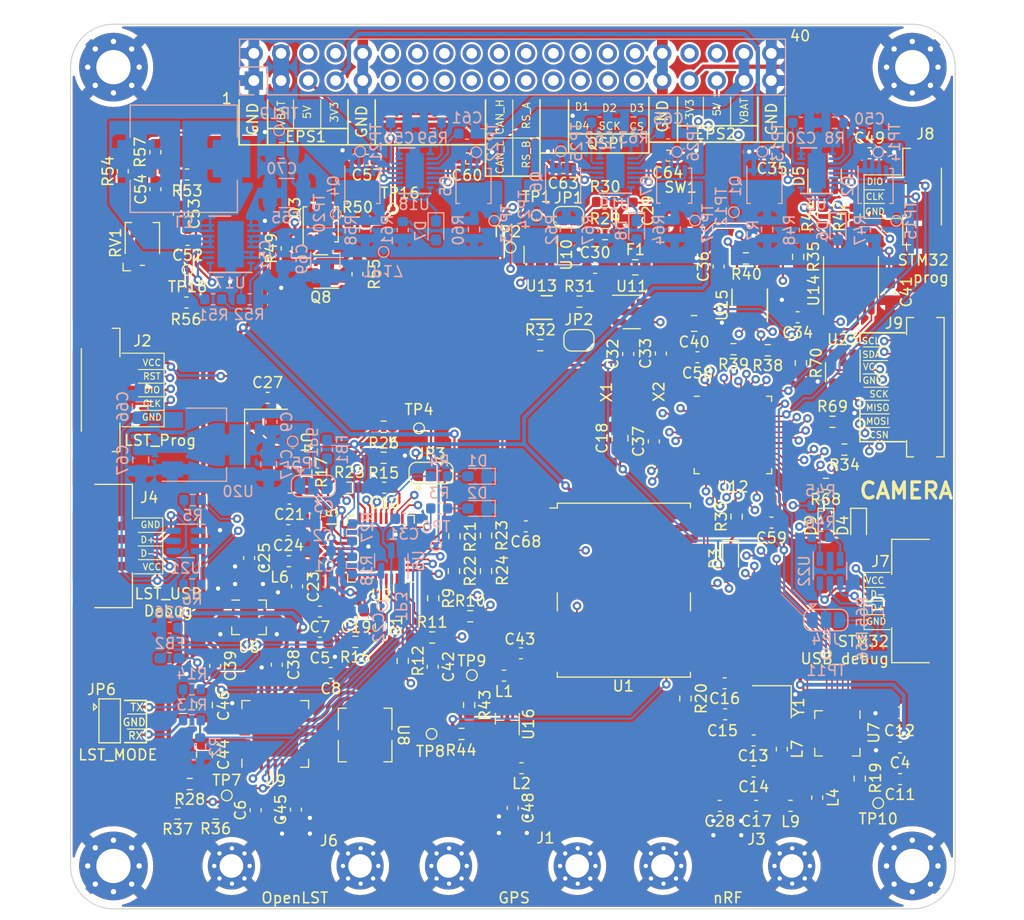
<source format=kicad_pcb>
(kicad_pcb (version 20211014) (generator pcbnew)

  (general
    (thickness 0.986)
  )

  (paper "A4")
  (layers
    (0 "F.Cu" power)
    (1 "In1.Cu" mixed)
    (2 "In2.Cu" mixed)
    (31 "B.Cu" power)
    (32 "B.Adhes" user "B.Adhesive")
    (33 "F.Adhes" user "F.Adhesive")
    (34 "B.Paste" user)
    (35 "F.Paste" user)
    (36 "B.SilkS" user "B.Silkscreen")
    (37 "F.SilkS" user "F.Silkscreen")
    (38 "B.Mask" user)
    (39 "F.Mask" user)
    (40 "Dwgs.User" user "User.Drawings")
    (41 "Cmts.User" user "User.Comments")
    (42 "Eco1.User" user "User.Eco1")
    (43 "Eco2.User" user "User.Eco2")
    (44 "Edge.Cuts" user)
    (45 "Margin" user)
    (46 "B.CrtYd" user "B.Courtyard")
    (47 "F.CrtYd" user "F.Courtyard")
    (48 "B.Fab" user)
    (49 "F.Fab" user)
    (50 "User.1" user)
    (51 "User.2" user)
    (52 "User.3" user)
    (53 "User.4" user)
    (54 "User.5" user)
    (55 "User.6" user)
    (56 "User.7" user)
    (57 "User.8" user)
    (58 "User.9" user)
  )

  (setup
    (stackup
      (layer "F.SilkS" (type "Top Silk Screen"))
      (layer "F.Paste" (type "Top Solder Paste"))
      (layer "F.Mask" (type "Top Solder Mask") (thickness 0.01))
      (layer "F.Cu" (type "copper") (thickness 0.018))
      (layer "dielectric 1" (type "core") (thickness 0.175) (material "FR4") (epsilon_r 4.5) (loss_tangent 0.02))
      (layer "In1.Cu" (type "copper") (thickness 0.035))
      (layer "dielectric 2" (type "prepreg") (thickness 0.51) (material "FR4") (epsilon_r 4.5) (loss_tangent 0.02))
      (layer "In2.Cu" (type "copper") (thickness 0.035))
      (layer "dielectric 3" (type "core") (thickness 0.175) (material "FR4") (epsilon_r 4.5) (loss_tangent 0.02))
      (layer "B.Cu" (type "copper") (thickness 0.018))
      (layer "B.Mask" (type "Bottom Solder Mask") (thickness 0.01))
      (layer "B.Paste" (type "Bottom Solder Paste"))
      (layer "B.SilkS" (type "Bottom Silk Screen"))
      (copper_finish "None")
      (dielectric_constraints no)
    )
    (pad_to_mask_clearance 0)
    (pcbplotparams
      (layerselection 0x00010fc_ffffffff)
      (disableapertmacros false)
      (usegerberextensions false)
      (usegerberattributes true)
      (usegerberadvancedattributes true)
      (creategerberjobfile true)
      (svguseinch false)
      (svgprecision 6)
      (excludeedgelayer true)
      (plotframeref false)
      (viasonmask false)
      (mode 1)
      (useauxorigin false)
      (hpglpennumber 1)
      (hpglpenspeed 20)
      (hpglpendiameter 15.000000)
      (dxfpolygonmode true)
      (dxfimperialunits true)
      (dxfusepcbnewfont true)
      (psnegative false)
      (psa4output false)
      (plotreference true)
      (plotvalue true)
      (plotinvisibletext false)
      (sketchpadsonfab false)
      (subtractmaskfromsilk false)
      (outputformat 1)
      (mirror false)
      (drillshape 1)
      (scaleselection 1)
      (outputdirectory "")
    )
  )

  (net 0 "")
  (net 1 "Net-(C1-Pad1)")
  (net 2 "GND")
  (net 3 "+3V3")
  (net 4 "/OpenLST (Beacon)/PA_VAPC")
  (net 5 "+3V8")
  (net 6 "/OpenLST (Beacon)/VDD_USB_LST")
  (net 7 "Net-(C12-Pad1)")
  (net 8 "Net-(C13-Pad2)")
  (net 9 "Net-(C15-Pad1)")
  (net 10 "Net-(C16-Pad1)")
  (net 11 "Net-(C17-Pad1)")
  (net 12 "Net-(C17-Pad2)")
  (net 13 "/MCU/MCU_POWER")
  (net 14 "Net-(C19-Pad1)")
  (net 15 "/3V3 power share/VCC_EN")
  (net 16 "Net-(C21-Pad2)")
  (net 17 "Net-(C22-Pad1)")
  (net 18 "Net-(C23-Pad2)")
  (net 19 "Net-(C24-Pad1)")
  (net 20 "Net-(C24-Pad2)")
  (net 21 "Net-(C25-Pad2)")
  (net 22 "Net-(C26-Pad1)")
  (net 23 "Net-(C29-Pad1)")
  (net 24 "/3V3 power share/EPS#1")
  (net 25 "Net-(C35-Pad2)")
  (net 26 "Net-(C38-Pad1)")
  (net 27 "Net-(C38-Pad2)")
  (net 28 "Net-(C39-Pad1)")
  (net 29 "Net-(C39-Pad2)")
  (net 30 "/MCU/VREF")
  (net 31 "Net-(C42-Pad1)")
  (net 32 "Net-(C43-Pad1)")
  (net 33 "Net-(C43-Pad2)")
  (net 34 "Net-(C45-Pad1)")
  (net 35 "Net-(C45-Pad2)")
  (net 36 "Net-(C48-Pad1)")
  (net 37 "Net-(C48-Pad2)")
  (net 38 "Net-(C49-Pad1)")
  (net 39 "/3V3 power share/EPS#2")
  (net 40 "Net-(C50-Pad1)")
  (net 41 "VIN")
  (net 42 "Net-(C52-Pad1)")
  (net 43 "Net-(C52-Pad2)")
  (net 44 "Net-(C53-Pad1)")
  (net 45 "Net-(C54-Pad1)")
  (net 46 "/Power Convertor/VBAT1/VCC_EN")
  (net 47 "/Power Convertor/EPS#1_VBAT")
  (net 48 "Net-(C57-Pad2)")
  (net 49 "Net-(C60-Pad1)")
  (net 50 "/Power Convertor/EPS#2_VBAT")
  (net 51 "Net-(C61-Pad1)")
  (net 52 "/5V power share/VCC_EN")
  (net 53 "/5V power share/EPS#1")
  (net 54 "Net-(C63-Pad2)")
  (net 55 "Net-(C64-Pad1)")
  (net 56 "/5V power share/EPS#2")
  (net 57 "Net-(C65-Pad1)")
  (net 58 "/OpenLST (Beacon)/USB_POWER_LST")
  (net 59 "Net-(D1-Pad2)")
  (net 60 "Net-(D2-Pad2)")
  (net 61 "Net-(D3-Pad1)")
  (net 62 "Net-(D4-Pad1)")
  (net 63 "/MCU/CAN_L")
  (net 64 "/MCU/CAN_H")
  (net 65 "Net-(D6-Pad1)")
  (net 66 "Net-(D6-Pad2)")
  (net 67 "Net-(D7-Pad1)")
  (net 68 "Net-(D7-Pad2)")
  (net 69 "Net-(D8-Pad1)")
  (net 70 "Net-(D8-Pad2)")
  (net 71 "Net-(D9-Pad1)")
  (net 72 "Net-(F1-Pad2)")
  (net 73 "Net-(FB1-Pad1)")
  (net 74 "/OpenLST (Beacon)/PROG_DD")
  (net 75 "/OpenLST (Beacon)/PROG_DC")
  (net 76 "/OpenLST (Beacon)/~{LST_RESET}")
  (net 77 "/MCU/USB_POWER")
  (net 78 "/MCU/SWCLK")
  (net 79 "/MCU/SWDIO")
  (net 80 "/MCU/QSPI_D1{slash}CAM_CSN")
  (net 81 "/MCU/QSPI_D2{slash}CAM_MOSI")
  (net 82 "/MCU/QSPI_D3{slash}CAM_MISO")
  (net 83 "/MCU/CAM_SCK")
  (net 84 "+5V")
  (net 85 "/I2C_SDA")
  (net 86 "/I2C_SCL")
  (net 87 "unconnected-(J12-Pad6)")
  (net 88 "unconnected-(J12-Pad8)")
  (net 89 "unconnected-(J12-Pad11)")
  (net 90 "unconnected-(J12-Pad12)")
  (net 91 "unconnected-(J12-Pad13)")
  (net 92 "unconnected-(J12-Pad14)")
  (net 93 "unconnected-(J12-Pad15)")
  (net 94 "unconnected-(J12-Pad16)")
  (net 95 "unconnected-(J12-Pad17)")
  (net 96 "unconnected-(J12-Pad18)")
  (net 97 "/MCU/RS_485_~{B}")
  (net 98 "/MCU/RS_485_A")
  (net 99 "unconnected-(J12-Pad23)")
  (net 100 "unconnected-(J12-Pad24)")
  (net 101 "/MCU/QSPI_D0")
  (net 102 "/MCU/QSPI_SCK")
  (net 103 "/MCU/QSPI_NCS")
  (net 104 "unconnected-(J12-Pad34)")
  (net 105 "unconnected-(J12-Pad36)")
  (net 106 "Net-(JP1-Pad1)")
  (net 107 "/MCU/NRST")
  (net 108 "Net-(JP2-Pad1)")
  (net 109 "Net-(JP2-Pad2)")
  (net 110 "/OpenLST (Beacon)/RF_EN")
  (net 111 "/OpenLST (Beacon)/RF_EN_MCU")
  (net 112 "/OpenLST (Beacon)/RF_PWR_EN")
  (net 113 "Net-(JP4-Pad3)")
  (net 114 "/MCU/VDD_USB")
  (net 115 "Net-(L3-Pad1)")
  (net 116 "Net-(L3-Pad2)")
  (net 117 "Net-(L4-Pad1)")
  (net 118 "Net-(L4-Pad2)")
  (net 119 "Net-(Q1-Pad5)")
  (net 120 "Net-(Q1-Pad4)")
  (net 121 "Net-(Q2-Pad4)")
  (net 122 "Net-(Q2-Pad5)")
  (net 123 "Net-(Q3-Pad4)")
  (net 124 "Net-(Q3-Pad5)")
  (net 125 "Net-(Q4-Pad5)")
  (net 126 "Net-(Q4-Pad4)")
  (net 127 "Net-(Q5-Pad4)")
  (net 128 "Net-(Q5-Pad5)")
  (net 129 "Net-(Q6-Pad5)")
  (net 130 "Net-(Q6-Pad4)")
  (net 131 "Net-(Q7-Pad4)")
  (net 132 "Net-(Q7-Pad5)")
  (net 133 "/OpenLST (Beacon)/~{LST_RX_MODE}")
  (net 134 "/OpenLST (Beacon)/LST_TX_MODE")
  (net 135 "Net-(R3-Pad2)")
  (net 136 "Net-(R4-Pad2)")
  (net 137 "Net-(R5-Pad1)")
  (net 138 "/OpenLST (Beacon)/USB_N")
  (net 139 "/OpenLST (Beacon)/USB_P")
  (net 140 "Net-(R6-Pad2)")
  (net 141 "Net-(R8-Pad2)")
  (net 142 "Net-(R9-Pad1)")
  (net 143 "/OpenLST (Beacon)/UART0_CTS")
  (net 144 "Net-(R10-Pad1)")
  (net 145 "/OpenLST (Beacon)/UART0_RTS")
  (net 146 "Net-(R11-Pad1)")
  (net 147 "/OpenLST (Beacon)/UART0_RX")
  (net 148 "Net-(R12-Pad1)")
  (net 149 "/OpenLST (Beacon)/UART0_TX")
  (net 150 "Net-(R15-Pad2)")
  (net 151 "Net-(R16-Pad2)")
  (net 152 "Net-(R17-Pad1)")
  (net 153 "Net-(R17-Pad2)")
  (net 154 "Net-(R19-Pad2)")
  (net 155 "/OpenLST (Beacon)/AN0")
  (net 156 "/OpenLST (Beacon)/AN1")
  (net 157 "Net-(R25-Pad2)")
  (net 158 "/OpenLST (Beacon)/RF_BYP")
  (net 159 "Net-(R32-Pad1)")
  (net 160 "/MCU/LED2")
  (net 161 "/MCU/CAN_RS")
  (net 162 "/MCU/RS_485_R_EN")
  (net 163 "/MCU/RS_485_T_EN")
  (net 164 "Net-(R43-Pad2)")
  (net 165 "Net-(R44-Pad1)")
  (net 166 "Net-(R44-Pad2)")
  (net 167 "Net-(R45-Pad1)")
  (net 168 "/MCU/USB_N")
  (net 169 "/MCU/USB_P")
  (net 170 "Net-(R46-Pad2)")
  (net 171 "Net-(R51-Pad2)")
  (net 172 "Net-(R52-Pad1)")
  (net 173 "Net-(R54-Pad2)")
  (net 174 "Net-(R59-Pad2)")
  (net 175 "Net-(R63-Pad2)")
  (net 176 "unconnected-(U1-Pad1)")
  (net 177 "unconnected-(U1-Pad3)")
  (net 178 "/GPS Module/IRQ")
  (net 179 "unconnected-(U1-Pad5)")
  (net 180 "unconnected-(U1-Pad6)")
  (net 181 "/GPS Module/RESET")
  (net 182 "unconnected-(U1-Pad15)")
  (net 183 "unconnected-(U1-Pad16)")
  (net 184 "unconnected-(U1-Pad17)")
  (net 185 "/GPS Module/TXD")
  (net 186 "/GPS Module/RXD")
  (net 187 "unconnected-(U2-Pad8)")
  (net 188 "unconnected-(U2-Pad18)")
  (net 189 "unconnected-(U2-Pad20)")
  (net 190 "/MCU/NRF_CE")
  (net 191 "/MCU/NRF_SPI_CSN")
  (net 192 "/MCU/NRF_SPI_SCK")
  (net 193 "/MCU/NRF_SPI_MOSI")
  (net 194 "/MCU/NRF_SPI_MISO")
  (net 195 "/MCU/NRF_IRQ")
  (net 196 "Net-(U8-Pad2)")
  (net 197 "Net-(U8-Pad6)")
  (net 198 "unconnected-(U9-Pad14)")
  (net 199 "unconnected-(U9-Pad16)")
  (net 200 "unconnected-(U9-Pad25)")
  (net 201 "unconnected-(U10-Pad3)")
  (net 202 "/MCU/WDG_RESET")
  (net 203 "unconnected-(U11-Pad3)")
  (net 204 "unconnected-(U12-Pad1)")
  (net 205 "/MCU/LSE")
  (net 206 "/MCU/HSE")
  (net 207 "/MCU/CAN_RX")
  (net 208 "/MCU/CAN_TX")
  (net 209 "unconnected-(U13-Pad3)")
  (net 210 "/MCU/RS_485_R")
  (net 211 "/MCU/RS_485_T")
  (net 212 "unconnected-(U15-Pad7)")
  (net 213 "Net-(JP6-Pad3)")
  (net 214 "/camera/CAM_VCC")
  (net 215 "Net-(R70-Pad1)")
  (net 216 "Net-(J4-Pad2)")
  (net 217 "Net-(J4-Pad3)")
  (net 218 "Net-(J7-Pad2)")
  (net 219 "Net-(J7-Pad3)")
  (net 220 "Net-(JP6-Pad1)")
  (net 221 "unconnected-(X1-Pad1)")

  (footprint "Capacitor_SMD:C_0805_2012Metric_Pad1.18x1.45mm_HandSolder" (layer "F.Cu") (at 143.1544 71.9044))

  (footprint "TCY_Buttons:KMT031NGJLHS" (layer "F.Cu") (at 141.8844 61.5881))

  (footprint "Resistor_SMD:R_0603_1608Metric" (layer "F.Cu") (at 98.5276 117.602))

  (footprint "Resistor_SMD:R_0603_1608Metric" (layer "F.Cu") (at 158.115 61.9252 -90))

  (footprint "Package_DFN_QFN:QFN-20-1EP_4x4mm_P0.5mm_EP2.5x2.5mm" (layer "F.Cu") (at 156.5148 110.1344 -90))

  (footprint "MountingHole:MountingHole_3.2mm_M3_Pad_Via" (layer "F.Cu") (at 163.5 122.5))

  (footprint "Resistor_SMD:R_0603_1608Metric" (layer "F.Cu") (at 120.8024 91.7448 90))

  (footprint "Capacitor_SMD:C_0603_1608Metric" (layer "F.Cu") (at 98.4905 103.8352 -90))

  (footprint "Resistor_SMD:R_0603_1608Metric" (layer "F.Cu") (at 147.9804 65.8368 180))

  (footprint "Inductor_SMD:L_0603_1608Metric" (layer "F.Cu") (at 107.7976 89.9668 -90))

  (footprint "Resistor_SMD:R_0603_1608Metric" (layer "F.Cu") (at 121.4628 110.1852))

  (footprint "MountingHole:MountingHole_3.2mm_M3_Pad_Via" (layer "F.Cu") (at 89 48))

  (footprint "Capacitor_SMD:C_0603_1608Metric" (layer "F.Cu") (at 105.41 88.2396))

  (footprint "TCY_Connector:Amphenol 10114830-11104LF 1x04 Vertical" (layer "F.Cu") (at 88.265 92.6592 -90))

  (footprint "Capacitor_SMD:C_0603_1608Metric" (layer "F.Cu") (at 127.4572 90.8304 180))

  (footprint "Capacitor_SMD:C_0603_1608Metric" (layer "F.Cu") (at 152.8064 71.3232 180))

  (footprint "Resistor_SMD:R_0603_1608Metric" (layer "F.Cu") (at 153.1112 75.5904 -90))

  (footprint "Capacitor_SMD:C_0603_1608Metric" (layer "F.Cu") (at 114.2492 87.2236 180))

  (footprint "Inductor_SMD:L_0603_1608Metric" (layer "F.Cu") (at 127.0508 113.3856))

  (footprint "RF_GPS:ublox_NEO" (layer "F.Cu") (at 136.6012 96.774))

  (footprint "Package_TO_SOT_SMD:SOT-23-6_Handsoldering" (layer "F.Cu") (at 157.0228 76.454 -90))

  (footprint "Capacitor_SMD:C_0603_1608Metric" (layer "F.Cu") (at 108.2548 98.7792 180))

  (footprint "Inductor_SMD:L_0603_1608Metric" (layer "F.Cu") (at 105.156 64.897 90))

  (footprint "Resistor_SMD:R_0603_1608Metric" (layer "F.Cu") (at 158.5976 114.3508 90))

  (footprint "Jumper:SolderJumper-2_P1.3mm_Open_RoundedPad1.0x1.5mm" (layer "F.Cu") (at 132.4108 73.4753 180))

  (footprint "Capacitor_SMD:C_0603_1608Metric" (layer "F.Cu") (at 118.7704 103.9238 90))

  (footprint "Jumper:SolderJumper-2_P1.3mm_Open_RoundedPad1.0x1.5mm" (layer "F.Cu") (at 131.4456 61.9945))

  (footprint "Inductor_SMD:L_0603_1608Metric" (layer "F.Cu") (at 95.8596 58.0136))

  (footprint "Capacitor_SMD:C_0603_1608Metric" (layer "F.Cu") (at 133.9218 66.7189))

  (footprint "Capacitor_SMD:C_0603_1608Metric" (layer "F.Cu") (at 127 102.6668 180))

  (footprint "Capacitor_SMD:C_0603_1608Metric" (layer "F.Cu") (at 148.7046 113.6904))

  (footprint "MountingHole:MountingHole_3.2mm_M3_Pad_Via" (layer "F.Cu") (at 163.5 48))

  (footprint "Resistor_SMD:R_0603_1608Metric" (layer "F.Cu") (at 111.5568 101.6 180))

  (footprint "Resistor_SMD:R_0603_1608Metric" (layer "F.Cu") (at 118.8212 97.536 -90))

  (footprint "Resistor_SMD:R_0603_1608Metric" (layer "F.Cu") (at 134.8492 60.5721))

  (footprint "Resistor_SMD:R_0603_1608Metric" (layer "F.Cu") (at 157.1752 83.6676 180))

  (footprint "Capacitor_SMD:C_0603_1608Metric" (layer "F.Cu") (at 122.0216 56.515))

  (footprint "TCY_Connector:TestPoint_Pad_D0.5mm" (layer "F.Cu") (at 122.428 104.6988))

  (footprint "Resistor_SMD:R_0603_1608Metric" (layer "F.Cu") (at 123.7488 94.996 90))

  (footprint "Resistor_SMD:R_0603_1608Metric" (layer "F.Cu") (at 115.9764 103.378 -90))

  (footprint "Capacitor_SMD:C_0603_1608Metric" (layer "F.Cu") (at 139.3952 82.9056 90))

  (footprint "Resistor_SMD:R_0603_1608Metric" (layer "F.Cu") (at 110.998 87.2236))

  (footprint "Resistor_SMD:R_0603_1608Metric" (layer "F.Cu") (at 113.9444 100.1268 90))

  (footprint "footprints:iPEX" (layer "F.Cu") (at 146.25 122.5 180))

  (footprint "Capacitor_SMD:C_0603_1608Metric" (layer "F.Cu") (at 145.542 116.8908 180))

  (footprint "Capacitor_SMD:C_0603_1608Metric" (layer "F.Cu") (at 162.3568 114.4016 180))

  (footprint "Capacitor_SMD:C_0603_1608Metric" (layer "F.Cu") (at 112.649 56.642))

  (footprint "Inductor_SMD:L_0603_1608Metric" (layer "F.Cu") (at 151.3332 111.6076 -90))

  (footprint "Capacitor_SMD:C_0603_1608Metric" (layer "F.Cu") (at 137.414 61.3849 -90))

  (footprint "Capacitor_SMD:C_0603_1608Metric" (layer "F.Cu") (at 159.517223 56.0263))

  (footprint "Resistor_SMD:R_0603_1608Metric" (layer "F.Cu") (at 142.3416 106.8832 90))

  (footprint "Resistor_SMD:R_0603_1608Metric" (layer "F.Cu") (at 120.7516 94.996 90))

  (footprint "footprints:iPEX" (layer "F.Cu") (at 106 122.5 180))

  (footprint "Capacitor_SMD:C_0603_1608Metric" (layer "F.Cu") (at 105.3084 91.186 180))

  (footprint "TCY_Connector:TestPoint_Pad_D0.5mm" (layer "F.Cu") (at 117.5004 81.6864))

  (footprint "Package_DFN_QFN:DFN-10-1EP_3x3mm_P0.5mm_EP1.55x2.48mm" (layer "F.Cu")
    (tedit 5EA4BECA) (tstamp 64263d5c-9427-4c92-a73a-afe8e63e20fb)
    (at 148.336 70.2056 90)
    (descr "10-Lead Plastic Dual Flat, No Lead Package (MF) - 3x3x0.9 mm Body [DFN] (see Microchip Packaging Specification 00000049BS.pdf)")
    (tags "DFN 0.5")
    (property "Sheetfile" "mcu_comm.kicad_sch")
    (property "Sheetname" "MCU")
    (path "/81a5172c-b171-400d-8856-41d6e486bdd1/a66e8b44-b972-4f7b-ba80-f64e58de1944")
    (attr smd)
    (fp_text reference "U15" (at 0 -2.575 90) (layer "F.SilkS")
      (effects (font (size 1 1) (thickness 0.15)))
      (tstamp af58d6aa-33e4-4da2-8ea3-2304125e31c0)
    )
    (fp_text value "MAX13430ETB+" (at 0 2.575 90) (layer "F.Fab")
      (effects (font (size 1 1) (thickness 0.15)))
      (tstamp 94937ca0-c1d9-424d-88cf-010fb503f8a5)
    )
    (fp_text user "${REFERENCE}" (at 0 0 90) (layer "F.Fab")
      (effects (font (size 0.7 0.7) (thickness 0.105)))
      (tstamp 67a55320-79e2-4952-9d6a-671cbdcfc9f7)
    )
    (fp_line (start -1.5 1.65) (end 1.5 1.65) (layer "F.SilkS") (width 0.15) (tstamp 47b3834c-8a87-4af3-9143-c88b9cd89304))
    (fp_line (start 0 -1.65) (end 1.5 -1.65) (layer "F.SilkS") (width 0.15) (tstamp adc74667-5dec-4b95-9d35-ffc7db9ad260))
    (fp_line (start -2.15 -1.85) (end -2.15 1.85) (layer "F.CrtYd") (width 0.05) (tstamp 20c401b1-c1bb-42cd-8ef2-fd89663a6cf3))
    (fp_line (start -2.15 1.85) (end 2.15 1.85) (layer "F.CrtYd") (width 0.05) (tstamp a7098063-91db-4dae-8c97-631051e8de0e))
    (fp_line (start 2.15 -1.85) (end 2.15 1.85) (layer "F.CrtYd") (width 0.05) (tstamp d1594cc0-0357-4de5-8d76-bb3a044297b2))
    (fp_line (start -2.15 -1.85) (end 2.15 -1.85) (layer "F.CrtYd") (width 0.05) (tstamp d500cfb3-be5f-4c90-8432-d0e5e29eda2a))
    (fp_line (start -1.5 -0.5) (end -0.5 -1.5) (layer "F.Fab") (width 0.15) (tstamp 4013842c-f594-4f18-a07a-785be971cdaf))
    (fp_line (start -1.5 1.5) (end -1.5 -0.5) (layer "F.Fab") (width 0.15) (tstamp 68cc97a1-6c76-411f-a28b-36162918d55d))
    (fp_line (start 1.5 1.5) (end -1.5 1.5) (layer "F.Fab") (width 0.15) (tstamp 6a2b63d3-b52c-4af8-b72e-63fe811d3d24))
    (fp_line (start 1.5 -1.5) (end 1.5 1.5) (layer "F.Fab") (width 0.15) (tstamp b6b0b082-3ad5-486d-9247-7e4db31838ef))
    (fp_line (start -0.5 -1.5) (end 1.5 -1.5) (layer "F.Fab") (width 0.15) (tstamp c40a33aa-f777-4109-9efd-12123c039897))
    (pad "" smd rect locked (at 0.3875 0.62 90) (size 0.6 1.05) (layers "F.Paste") (tstamp 13432df8-5be2-422d-b431-13bedccbff4d))
    (pad "" smd rect locked (at -0.3875 -0.62 90) (size 0.6 1.05) (layers "F.Paste") (tstamp 4be9d67c-a6f3-435e-8133-0f53bd74a878))
    (pad "" smd rect locked (at -0.3875 0.62 90) (size 0.6 1.05) (layers "F.Paste") (tstamp 5d69c2f3-acbd-4c54-bda2-b7785c2010cf))
    (pad "" smd rect locked (at 0.3875 -0.62 90) (size 0.6 1.05) (layer
... [3689650 chars truncated]
</source>
